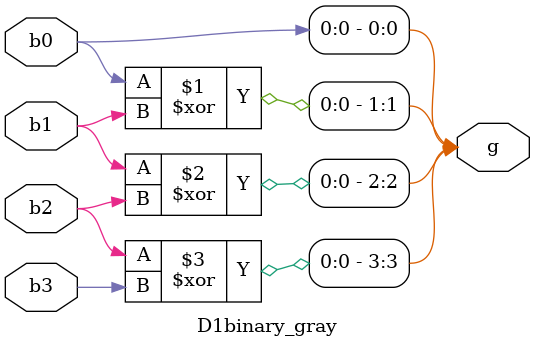
<source format=v>
`timescale 1ns / 1ps
module D1binary_gray(b0,b1,b2,b3,g
    );
input b0,b1,b2,b3;
output [0:3]g;
wire [0:3]g;
assign g[0]=b0;
assign g[1]=b0^b1;
assign g[2]=b1^b2;
assign g[3]=b2^b3;
endmodule

</source>
